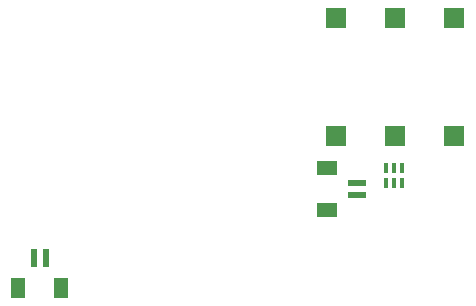
<source format=gbr>
%TF.GenerationSoftware,KiCad,Pcbnew,9.0.0*%
%TF.CreationDate,2025-03-14T13:22:16-04:00*%
%TF.ProjectId,IngestibleCapsule-Antennae,496e6765-7374-4696-926c-654361707375,rev?*%
%TF.SameCoordinates,Original*%
%TF.FileFunction,Paste,Top*%
%TF.FilePolarity,Positive*%
%FSLAX46Y46*%
G04 Gerber Fmt 4.6, Leading zero omitted, Abs format (unit mm)*
G04 Created by KiCad (PCBNEW 9.0.0) date 2025-03-14 13:22:16*
%MOMM*%
%LPD*%
G01*
G04 APERTURE LIST*
%ADD10R,0.304800X0.812800*%
%ADD11R,1.550000X0.600000*%
%ADD12R,1.800000X1.200000*%
%ADD13R,1.803400X1.803400*%
%ADD14R,0.600000X1.550000*%
%ADD15R,1.200000X1.800000*%
G04 APERTURE END LIST*
D10*
%TO.C,U1*%
X80660000Y-52980002D03*
X80010001Y-52980002D03*
X79360002Y-52980002D03*
X79360002Y-54280000D03*
X80010001Y-54280000D03*
X80660000Y-54280000D03*
%TD*%
D11*
%TO.C,J2*%
X76887000Y-54280000D03*
X76887000Y-55280000D03*
D12*
X74362000Y-52980000D03*
X74362000Y-56580000D03*
%TD*%
D13*
%TO.C,AE1*%
X80110000Y-50313800D03*
X85110000Y-50313800D03*
X85110000Y-40306200D03*
X80110000Y-40306200D03*
X75110000Y-40306200D03*
X75110000Y-50313800D03*
%TD*%
D14*
%TO.C,J1*%
X49500000Y-60663000D03*
X50500000Y-60663000D03*
D15*
X48200000Y-63188000D03*
X51800000Y-63188000D03*
%TD*%
M02*

</source>
